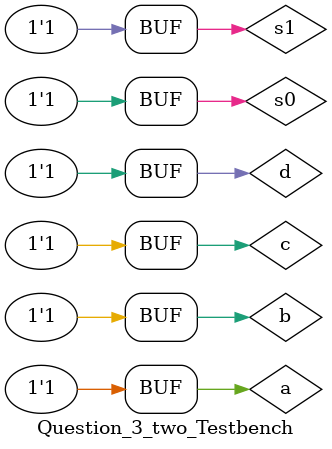
<source format=v>
module Question_3_two_Testbench();

	reg a,b,c,d;
	reg s0,s1;
	wire out;
	
	Question_3_two psichico(.a(a), .b(b), .c(c), .d(d), .s0(s0), .s1(s1), .out(out));
	
	initial begin
	
		#20;
		a = 1;
		b = 1;
		c = 1;
		d = 1;
		#50;
		s0 = 0;
		s1 = 0;
		#50;
		s0 = 0;
		s1 = 1;
		#50;
		s0 = 1;
		s1 = 0;
		#50;
		s0 = 1;
		s1 = 1;
		#50;
		
	end
	
endmodule
</source>
